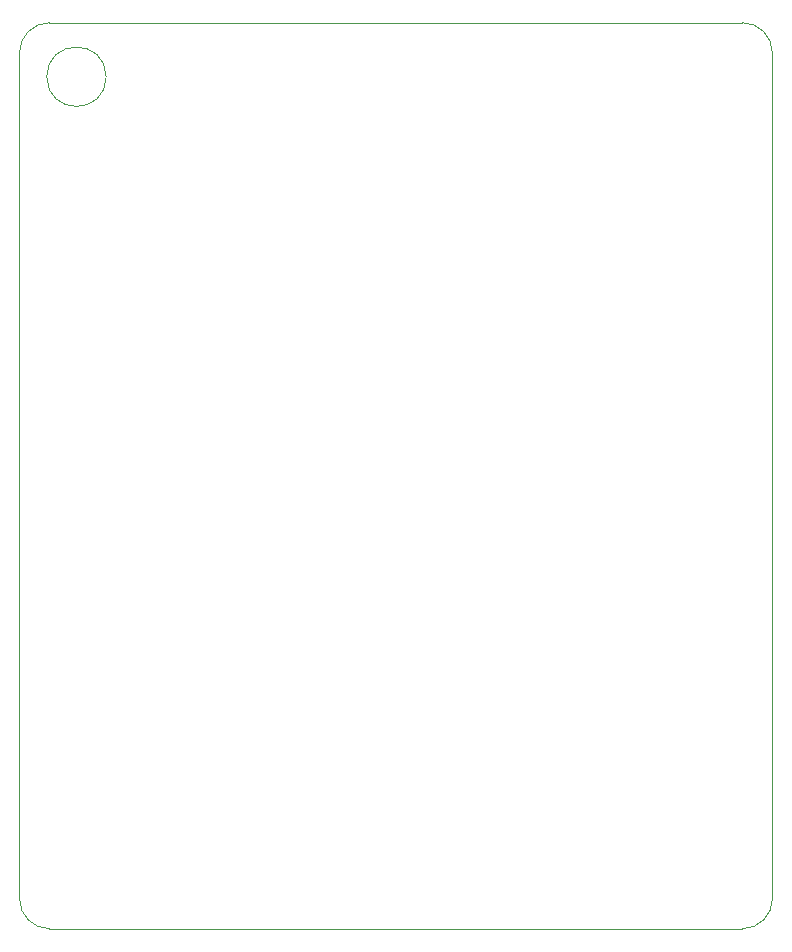
<source format=gbr>
%TF.GenerationSoftware,KiCad,Pcbnew,(6.0.10)*%
%TF.CreationDate,2023-06-10T20:41:06+09:00*%
%TF.ProjectId,BaeRNG_V1,42616552-4e47-45f5-9631-2e6b69636164,rev?*%
%TF.SameCoordinates,Original*%
%TF.FileFunction,Profile,NP*%
%FSLAX46Y46*%
G04 Gerber Fmt 4.6, Leading zero omitted, Abs format (unit mm)*
G04 Created by KiCad (PCBNEW (6.0.10)) date 2023-06-10 20:41:06*
%MOMM*%
%LPD*%
G01*
G04 APERTURE LIST*
%TA.AperFunction,Profile*%
%ADD10C,0.100000*%
%TD*%
G04 APERTURE END LIST*
D10*
X105638472Y-62992000D02*
G75*
G03*
X105638472Y-62992000I-2514472J0D01*
G01*
X98298000Y-132588000D02*
X98298000Y-60960000D01*
X159512000Y-135128000D02*
X100838000Y-135128000D01*
X162052000Y-60960000D02*
X162052000Y-132588000D01*
X100838000Y-58420000D02*
X159512000Y-58420000D01*
X100838000Y-58420000D02*
G75*
G03*
X98298000Y-60960000I0J-2540000D01*
G01*
X162052000Y-60960000D02*
G75*
G03*
X159512000Y-58420000I-2540000J0D01*
G01*
X159512000Y-135128000D02*
G75*
G03*
X162052000Y-132588000I0J2540000D01*
G01*
X98298000Y-132588000D02*
G75*
G03*
X100838000Y-135128000I2540000J0D01*
G01*
M02*

</source>
